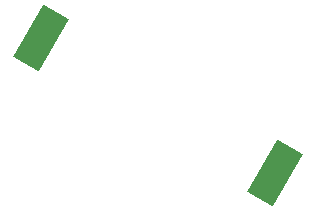
<source format=gbr>
G04 #@! TF.GenerationSoftware,KiCad,Pcbnew,(6.0.11)*
G04 #@! TF.CreationDate,2023-02-12T22:37:01+01:00*
G04 #@! TF.ProjectId,atmega328p-au--e01c-ml01s--bme280--cr2032,61746d65-6761-4333-9238-702d61752d2d,rev?*
G04 #@! TF.SameCoordinates,Original*
G04 #@! TF.FileFunction,Paste,Bot*
G04 #@! TF.FilePolarity,Positive*
%FSLAX46Y46*%
G04 Gerber Fmt 4.6, Leading zero omitted, Abs format (unit mm)*
G04 Created by KiCad (PCBNEW (6.0.11)) date 2023-02-12 22:37:01*
%MOMM*%
%LPD*%
G01*
G04 APERTURE LIST*
G04 Aperture macros list*
%AMRotRect*
0 Rectangle, with rotation*
0 The origin of the aperture is its center*
0 $1 length*
0 $2 width*
0 $3 Rotation angle, in degrees counterclockwise*
0 Add horizontal line*
21,1,$1,$2,0,0,$3*%
G04 Aperture macros list end*
%ADD10RotRect,2.500000X5.100000X330.000000*%
G04 APERTURE END LIST*
D10*
X100066009Y-66538000D03*
X119897991Y-77988000D03*
M02*

</source>
